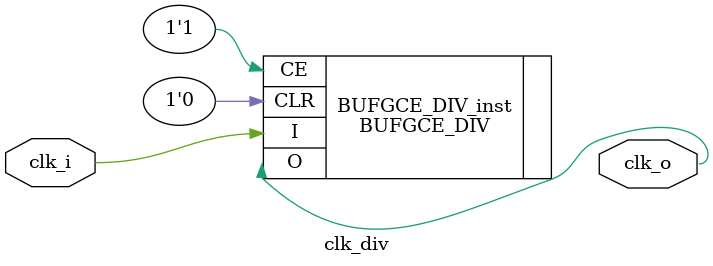
<source format=sv>

module clk_div #(
  parameter DIV = 2
)(
  input   clk_i,
  output  clk_o
);

  BUFGCE_DIV #(
    .BUFGCE_DIVIDE(DIV), // 1-8
    // Programmable Inversion Attributes: Specifies built-in programmable inversion on specific pins
    .IS_CE_INVERTED(1'b0), // Optional inversion for CE
    .IS_CLR_INVERTED(1'b0), // Optional inversion for CLR
    .IS_I_INVERTED(1'b0), // Optional inversion for I
    .SIM_DEVICE("ULTRASCALE_PLUS") // ULTRASCALE, ULTRASCALE_PLUS
  ) BUFGCE_DIV_inst (
    .O(clk_o), // 1-bit output: Buffer
    .CE('1), // 1-bit input: Buffer enable
    .CLR('0), // 1-bit input: Asynchronous clear
    .I(clk_i) // 1-bit input: Buffer
  );


endmodule
</source>
